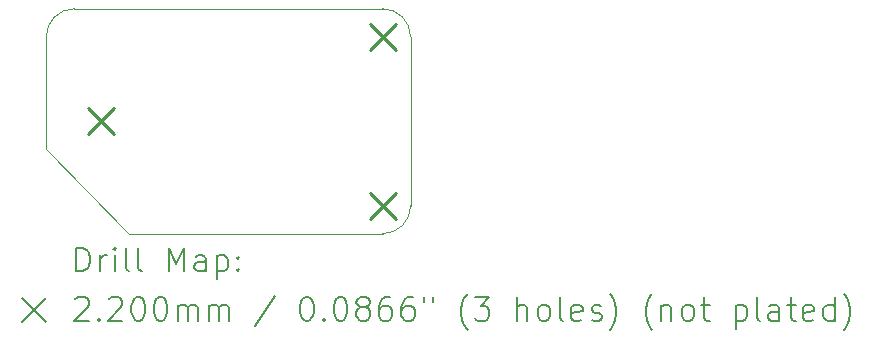
<source format=gbr>
%TF.GenerationSoftware,KiCad,Pcbnew,7.0.5*%
%TF.CreationDate,2024-03-20T17:14:55+08:00*%
%TF.ProjectId,ec11c,65633131-632e-46b6-9963-61645f706362,rev?*%
%TF.SameCoordinates,Original*%
%TF.FileFunction,Drillmap*%
%TF.FilePolarity,Positive*%
%FSLAX45Y45*%
G04 Gerber Fmt 4.5, Leading zero omitted, Abs format (unit mm)*
G04 Created by KiCad (PCBNEW 7.0.5) date 2024-03-20 17:14:55*
%MOMM*%
%LPD*%
G01*
G04 APERTURE LIST*
%ADD10C,0.100000*%
%ADD11C,0.200000*%
%ADD12C,0.220000*%
G04 APERTURE END LIST*
D10*
X10595791Y-12937666D02*
G75*
G03*
X10357691Y-12699566I-238099J2D01*
G01*
X10357691Y-12699566D02*
X7747700Y-12699566D01*
X10595791Y-12937666D02*
X10595800Y-14366400D01*
X7747700Y-12699566D02*
G75*
G03*
X7509600Y-12937666I6J-238106D01*
G01*
X10357700Y-14604500D02*
G75*
G03*
X10595800Y-14366400I0J238100D01*
G01*
X7509600Y-12937666D02*
X7509600Y-13890134D01*
X8214500Y-14604500D02*
X7509600Y-13890134D01*
X10357700Y-14604500D02*
X8214500Y-14604500D01*
D11*
D12*
X7866300Y-13542000D02*
X8086300Y-13762000D01*
X8086300Y-13542000D02*
X7866300Y-13762000D01*
X10247700Y-12827600D02*
X10467700Y-13047600D01*
X10467700Y-12827600D02*
X10247700Y-13047600D01*
X10247700Y-14256400D02*
X10467700Y-14476400D01*
X10467700Y-14256400D02*
X10247700Y-14476400D01*
D11*
X7765377Y-14920984D02*
X7765377Y-14720984D01*
X7765377Y-14720984D02*
X7812996Y-14720984D01*
X7812996Y-14720984D02*
X7841567Y-14730508D01*
X7841567Y-14730508D02*
X7860615Y-14749555D01*
X7860615Y-14749555D02*
X7870139Y-14768603D01*
X7870139Y-14768603D02*
X7879662Y-14806698D01*
X7879662Y-14806698D02*
X7879662Y-14835269D01*
X7879662Y-14835269D02*
X7870139Y-14873365D01*
X7870139Y-14873365D02*
X7860615Y-14892412D01*
X7860615Y-14892412D02*
X7841567Y-14911460D01*
X7841567Y-14911460D02*
X7812996Y-14920984D01*
X7812996Y-14920984D02*
X7765377Y-14920984D01*
X7965377Y-14920984D02*
X7965377Y-14787650D01*
X7965377Y-14825746D02*
X7974901Y-14806698D01*
X7974901Y-14806698D02*
X7984424Y-14797174D01*
X7984424Y-14797174D02*
X8003472Y-14787650D01*
X8003472Y-14787650D02*
X8022520Y-14787650D01*
X8089186Y-14920984D02*
X8089186Y-14787650D01*
X8089186Y-14720984D02*
X8079662Y-14730508D01*
X8079662Y-14730508D02*
X8089186Y-14740031D01*
X8089186Y-14740031D02*
X8098710Y-14730508D01*
X8098710Y-14730508D02*
X8089186Y-14720984D01*
X8089186Y-14720984D02*
X8089186Y-14740031D01*
X8212996Y-14920984D02*
X8193948Y-14911460D01*
X8193948Y-14911460D02*
X8184424Y-14892412D01*
X8184424Y-14892412D02*
X8184424Y-14720984D01*
X8317758Y-14920984D02*
X8298710Y-14911460D01*
X8298710Y-14911460D02*
X8289186Y-14892412D01*
X8289186Y-14892412D02*
X8289186Y-14720984D01*
X8546329Y-14920984D02*
X8546329Y-14720984D01*
X8546329Y-14720984D02*
X8612996Y-14863841D01*
X8612996Y-14863841D02*
X8679663Y-14720984D01*
X8679663Y-14720984D02*
X8679663Y-14920984D01*
X8860615Y-14920984D02*
X8860615Y-14816222D01*
X8860615Y-14816222D02*
X8851091Y-14797174D01*
X8851091Y-14797174D02*
X8832044Y-14787650D01*
X8832044Y-14787650D02*
X8793948Y-14787650D01*
X8793948Y-14787650D02*
X8774901Y-14797174D01*
X8860615Y-14911460D02*
X8841567Y-14920984D01*
X8841567Y-14920984D02*
X8793948Y-14920984D01*
X8793948Y-14920984D02*
X8774901Y-14911460D01*
X8774901Y-14911460D02*
X8765377Y-14892412D01*
X8765377Y-14892412D02*
X8765377Y-14873365D01*
X8765377Y-14873365D02*
X8774901Y-14854317D01*
X8774901Y-14854317D02*
X8793948Y-14844793D01*
X8793948Y-14844793D02*
X8841567Y-14844793D01*
X8841567Y-14844793D02*
X8860615Y-14835269D01*
X8955853Y-14787650D02*
X8955853Y-14987650D01*
X8955853Y-14797174D02*
X8974901Y-14787650D01*
X8974901Y-14787650D02*
X9012996Y-14787650D01*
X9012996Y-14787650D02*
X9032044Y-14797174D01*
X9032044Y-14797174D02*
X9041567Y-14806698D01*
X9041567Y-14806698D02*
X9051091Y-14825746D01*
X9051091Y-14825746D02*
X9051091Y-14882888D01*
X9051091Y-14882888D02*
X9041567Y-14901936D01*
X9041567Y-14901936D02*
X9032044Y-14911460D01*
X9032044Y-14911460D02*
X9012996Y-14920984D01*
X9012996Y-14920984D02*
X8974901Y-14920984D01*
X8974901Y-14920984D02*
X8955853Y-14911460D01*
X9136805Y-14901936D02*
X9146329Y-14911460D01*
X9146329Y-14911460D02*
X9136805Y-14920984D01*
X9136805Y-14920984D02*
X9127282Y-14911460D01*
X9127282Y-14911460D02*
X9136805Y-14901936D01*
X9136805Y-14901936D02*
X9136805Y-14920984D01*
X9136805Y-14797174D02*
X9146329Y-14806698D01*
X9146329Y-14806698D02*
X9136805Y-14816222D01*
X9136805Y-14816222D02*
X9127282Y-14806698D01*
X9127282Y-14806698D02*
X9136805Y-14797174D01*
X9136805Y-14797174D02*
X9136805Y-14816222D01*
X7304600Y-15149500D02*
X7504600Y-15349500D01*
X7504600Y-15149500D02*
X7304600Y-15349500D01*
X7755853Y-15160031D02*
X7765377Y-15150508D01*
X7765377Y-15150508D02*
X7784424Y-15140984D01*
X7784424Y-15140984D02*
X7832043Y-15140984D01*
X7832043Y-15140984D02*
X7851091Y-15150508D01*
X7851091Y-15150508D02*
X7860615Y-15160031D01*
X7860615Y-15160031D02*
X7870139Y-15179079D01*
X7870139Y-15179079D02*
X7870139Y-15198127D01*
X7870139Y-15198127D02*
X7860615Y-15226698D01*
X7860615Y-15226698D02*
X7746329Y-15340984D01*
X7746329Y-15340984D02*
X7870139Y-15340984D01*
X7955853Y-15321936D02*
X7965377Y-15331460D01*
X7965377Y-15331460D02*
X7955853Y-15340984D01*
X7955853Y-15340984D02*
X7946329Y-15331460D01*
X7946329Y-15331460D02*
X7955853Y-15321936D01*
X7955853Y-15321936D02*
X7955853Y-15340984D01*
X8041567Y-15160031D02*
X8051091Y-15150508D01*
X8051091Y-15150508D02*
X8070139Y-15140984D01*
X8070139Y-15140984D02*
X8117758Y-15140984D01*
X8117758Y-15140984D02*
X8136805Y-15150508D01*
X8136805Y-15150508D02*
X8146329Y-15160031D01*
X8146329Y-15160031D02*
X8155853Y-15179079D01*
X8155853Y-15179079D02*
X8155853Y-15198127D01*
X8155853Y-15198127D02*
X8146329Y-15226698D01*
X8146329Y-15226698D02*
X8032043Y-15340984D01*
X8032043Y-15340984D02*
X8155853Y-15340984D01*
X8279662Y-15140984D02*
X8298710Y-15140984D01*
X8298710Y-15140984D02*
X8317758Y-15150508D01*
X8317758Y-15150508D02*
X8327282Y-15160031D01*
X8327282Y-15160031D02*
X8336805Y-15179079D01*
X8336805Y-15179079D02*
X8346329Y-15217174D01*
X8346329Y-15217174D02*
X8346329Y-15264793D01*
X8346329Y-15264793D02*
X8336805Y-15302888D01*
X8336805Y-15302888D02*
X8327282Y-15321936D01*
X8327282Y-15321936D02*
X8317758Y-15331460D01*
X8317758Y-15331460D02*
X8298710Y-15340984D01*
X8298710Y-15340984D02*
X8279662Y-15340984D01*
X8279662Y-15340984D02*
X8260615Y-15331460D01*
X8260615Y-15331460D02*
X8251091Y-15321936D01*
X8251091Y-15321936D02*
X8241567Y-15302888D01*
X8241567Y-15302888D02*
X8232043Y-15264793D01*
X8232043Y-15264793D02*
X8232043Y-15217174D01*
X8232043Y-15217174D02*
X8241567Y-15179079D01*
X8241567Y-15179079D02*
X8251091Y-15160031D01*
X8251091Y-15160031D02*
X8260615Y-15150508D01*
X8260615Y-15150508D02*
X8279662Y-15140984D01*
X8470139Y-15140984D02*
X8489186Y-15140984D01*
X8489186Y-15140984D02*
X8508234Y-15150508D01*
X8508234Y-15150508D02*
X8517758Y-15160031D01*
X8517758Y-15160031D02*
X8527282Y-15179079D01*
X8527282Y-15179079D02*
X8536805Y-15217174D01*
X8536805Y-15217174D02*
X8536805Y-15264793D01*
X8536805Y-15264793D02*
X8527282Y-15302888D01*
X8527282Y-15302888D02*
X8517758Y-15321936D01*
X8517758Y-15321936D02*
X8508234Y-15331460D01*
X8508234Y-15331460D02*
X8489186Y-15340984D01*
X8489186Y-15340984D02*
X8470139Y-15340984D01*
X8470139Y-15340984D02*
X8451091Y-15331460D01*
X8451091Y-15331460D02*
X8441567Y-15321936D01*
X8441567Y-15321936D02*
X8432044Y-15302888D01*
X8432044Y-15302888D02*
X8422520Y-15264793D01*
X8422520Y-15264793D02*
X8422520Y-15217174D01*
X8422520Y-15217174D02*
X8432044Y-15179079D01*
X8432044Y-15179079D02*
X8441567Y-15160031D01*
X8441567Y-15160031D02*
X8451091Y-15150508D01*
X8451091Y-15150508D02*
X8470139Y-15140984D01*
X8622520Y-15340984D02*
X8622520Y-15207650D01*
X8622520Y-15226698D02*
X8632044Y-15217174D01*
X8632044Y-15217174D02*
X8651091Y-15207650D01*
X8651091Y-15207650D02*
X8679663Y-15207650D01*
X8679663Y-15207650D02*
X8698710Y-15217174D01*
X8698710Y-15217174D02*
X8708234Y-15236222D01*
X8708234Y-15236222D02*
X8708234Y-15340984D01*
X8708234Y-15236222D02*
X8717758Y-15217174D01*
X8717758Y-15217174D02*
X8736805Y-15207650D01*
X8736805Y-15207650D02*
X8765377Y-15207650D01*
X8765377Y-15207650D02*
X8784425Y-15217174D01*
X8784425Y-15217174D02*
X8793948Y-15236222D01*
X8793948Y-15236222D02*
X8793948Y-15340984D01*
X8889186Y-15340984D02*
X8889186Y-15207650D01*
X8889186Y-15226698D02*
X8898710Y-15217174D01*
X8898710Y-15217174D02*
X8917758Y-15207650D01*
X8917758Y-15207650D02*
X8946329Y-15207650D01*
X8946329Y-15207650D02*
X8965377Y-15217174D01*
X8965377Y-15217174D02*
X8974901Y-15236222D01*
X8974901Y-15236222D02*
X8974901Y-15340984D01*
X8974901Y-15236222D02*
X8984425Y-15217174D01*
X8984425Y-15217174D02*
X9003472Y-15207650D01*
X9003472Y-15207650D02*
X9032044Y-15207650D01*
X9032044Y-15207650D02*
X9051091Y-15217174D01*
X9051091Y-15217174D02*
X9060615Y-15236222D01*
X9060615Y-15236222D02*
X9060615Y-15340984D01*
X9451091Y-15131460D02*
X9279663Y-15388603D01*
X9708234Y-15140984D02*
X9727282Y-15140984D01*
X9727282Y-15140984D02*
X9746329Y-15150508D01*
X9746329Y-15150508D02*
X9755853Y-15160031D01*
X9755853Y-15160031D02*
X9765377Y-15179079D01*
X9765377Y-15179079D02*
X9774901Y-15217174D01*
X9774901Y-15217174D02*
X9774901Y-15264793D01*
X9774901Y-15264793D02*
X9765377Y-15302888D01*
X9765377Y-15302888D02*
X9755853Y-15321936D01*
X9755853Y-15321936D02*
X9746329Y-15331460D01*
X9746329Y-15331460D02*
X9727282Y-15340984D01*
X9727282Y-15340984D02*
X9708234Y-15340984D01*
X9708234Y-15340984D02*
X9689187Y-15331460D01*
X9689187Y-15331460D02*
X9679663Y-15321936D01*
X9679663Y-15321936D02*
X9670139Y-15302888D01*
X9670139Y-15302888D02*
X9660615Y-15264793D01*
X9660615Y-15264793D02*
X9660615Y-15217174D01*
X9660615Y-15217174D02*
X9670139Y-15179079D01*
X9670139Y-15179079D02*
X9679663Y-15160031D01*
X9679663Y-15160031D02*
X9689187Y-15150508D01*
X9689187Y-15150508D02*
X9708234Y-15140984D01*
X9860615Y-15321936D02*
X9870139Y-15331460D01*
X9870139Y-15331460D02*
X9860615Y-15340984D01*
X9860615Y-15340984D02*
X9851091Y-15331460D01*
X9851091Y-15331460D02*
X9860615Y-15321936D01*
X9860615Y-15321936D02*
X9860615Y-15340984D01*
X9993948Y-15140984D02*
X10012996Y-15140984D01*
X10012996Y-15140984D02*
X10032044Y-15150508D01*
X10032044Y-15150508D02*
X10041568Y-15160031D01*
X10041568Y-15160031D02*
X10051091Y-15179079D01*
X10051091Y-15179079D02*
X10060615Y-15217174D01*
X10060615Y-15217174D02*
X10060615Y-15264793D01*
X10060615Y-15264793D02*
X10051091Y-15302888D01*
X10051091Y-15302888D02*
X10041568Y-15321936D01*
X10041568Y-15321936D02*
X10032044Y-15331460D01*
X10032044Y-15331460D02*
X10012996Y-15340984D01*
X10012996Y-15340984D02*
X9993948Y-15340984D01*
X9993948Y-15340984D02*
X9974901Y-15331460D01*
X9974901Y-15331460D02*
X9965377Y-15321936D01*
X9965377Y-15321936D02*
X9955853Y-15302888D01*
X9955853Y-15302888D02*
X9946329Y-15264793D01*
X9946329Y-15264793D02*
X9946329Y-15217174D01*
X9946329Y-15217174D02*
X9955853Y-15179079D01*
X9955853Y-15179079D02*
X9965377Y-15160031D01*
X9965377Y-15160031D02*
X9974901Y-15150508D01*
X9974901Y-15150508D02*
X9993948Y-15140984D01*
X10174901Y-15226698D02*
X10155853Y-15217174D01*
X10155853Y-15217174D02*
X10146329Y-15207650D01*
X10146329Y-15207650D02*
X10136806Y-15188603D01*
X10136806Y-15188603D02*
X10136806Y-15179079D01*
X10136806Y-15179079D02*
X10146329Y-15160031D01*
X10146329Y-15160031D02*
X10155853Y-15150508D01*
X10155853Y-15150508D02*
X10174901Y-15140984D01*
X10174901Y-15140984D02*
X10212996Y-15140984D01*
X10212996Y-15140984D02*
X10232044Y-15150508D01*
X10232044Y-15150508D02*
X10241568Y-15160031D01*
X10241568Y-15160031D02*
X10251091Y-15179079D01*
X10251091Y-15179079D02*
X10251091Y-15188603D01*
X10251091Y-15188603D02*
X10241568Y-15207650D01*
X10241568Y-15207650D02*
X10232044Y-15217174D01*
X10232044Y-15217174D02*
X10212996Y-15226698D01*
X10212996Y-15226698D02*
X10174901Y-15226698D01*
X10174901Y-15226698D02*
X10155853Y-15236222D01*
X10155853Y-15236222D02*
X10146329Y-15245746D01*
X10146329Y-15245746D02*
X10136806Y-15264793D01*
X10136806Y-15264793D02*
X10136806Y-15302888D01*
X10136806Y-15302888D02*
X10146329Y-15321936D01*
X10146329Y-15321936D02*
X10155853Y-15331460D01*
X10155853Y-15331460D02*
X10174901Y-15340984D01*
X10174901Y-15340984D02*
X10212996Y-15340984D01*
X10212996Y-15340984D02*
X10232044Y-15331460D01*
X10232044Y-15331460D02*
X10241568Y-15321936D01*
X10241568Y-15321936D02*
X10251091Y-15302888D01*
X10251091Y-15302888D02*
X10251091Y-15264793D01*
X10251091Y-15264793D02*
X10241568Y-15245746D01*
X10241568Y-15245746D02*
X10232044Y-15236222D01*
X10232044Y-15236222D02*
X10212996Y-15226698D01*
X10422520Y-15140984D02*
X10384425Y-15140984D01*
X10384425Y-15140984D02*
X10365377Y-15150508D01*
X10365377Y-15150508D02*
X10355853Y-15160031D01*
X10355853Y-15160031D02*
X10336806Y-15188603D01*
X10336806Y-15188603D02*
X10327282Y-15226698D01*
X10327282Y-15226698D02*
X10327282Y-15302888D01*
X10327282Y-15302888D02*
X10336806Y-15321936D01*
X10336806Y-15321936D02*
X10346329Y-15331460D01*
X10346329Y-15331460D02*
X10365377Y-15340984D01*
X10365377Y-15340984D02*
X10403472Y-15340984D01*
X10403472Y-15340984D02*
X10422520Y-15331460D01*
X10422520Y-15331460D02*
X10432044Y-15321936D01*
X10432044Y-15321936D02*
X10441568Y-15302888D01*
X10441568Y-15302888D02*
X10441568Y-15255269D01*
X10441568Y-15255269D02*
X10432044Y-15236222D01*
X10432044Y-15236222D02*
X10422520Y-15226698D01*
X10422520Y-15226698D02*
X10403472Y-15217174D01*
X10403472Y-15217174D02*
X10365377Y-15217174D01*
X10365377Y-15217174D02*
X10346329Y-15226698D01*
X10346329Y-15226698D02*
X10336806Y-15236222D01*
X10336806Y-15236222D02*
X10327282Y-15255269D01*
X10612996Y-15140984D02*
X10574901Y-15140984D01*
X10574901Y-15140984D02*
X10555853Y-15150508D01*
X10555853Y-15150508D02*
X10546329Y-15160031D01*
X10546329Y-15160031D02*
X10527282Y-15188603D01*
X10527282Y-15188603D02*
X10517758Y-15226698D01*
X10517758Y-15226698D02*
X10517758Y-15302888D01*
X10517758Y-15302888D02*
X10527282Y-15321936D01*
X10527282Y-15321936D02*
X10536806Y-15331460D01*
X10536806Y-15331460D02*
X10555853Y-15340984D01*
X10555853Y-15340984D02*
X10593949Y-15340984D01*
X10593949Y-15340984D02*
X10612996Y-15331460D01*
X10612996Y-15331460D02*
X10622520Y-15321936D01*
X10622520Y-15321936D02*
X10632044Y-15302888D01*
X10632044Y-15302888D02*
X10632044Y-15255269D01*
X10632044Y-15255269D02*
X10622520Y-15236222D01*
X10622520Y-15236222D02*
X10612996Y-15226698D01*
X10612996Y-15226698D02*
X10593949Y-15217174D01*
X10593949Y-15217174D02*
X10555853Y-15217174D01*
X10555853Y-15217174D02*
X10536806Y-15226698D01*
X10536806Y-15226698D02*
X10527282Y-15236222D01*
X10527282Y-15236222D02*
X10517758Y-15255269D01*
X10708234Y-15140984D02*
X10708234Y-15179079D01*
X10784425Y-15140984D02*
X10784425Y-15179079D01*
X11079663Y-15417174D02*
X11070139Y-15407650D01*
X11070139Y-15407650D02*
X11051091Y-15379079D01*
X11051091Y-15379079D02*
X11041568Y-15360031D01*
X11041568Y-15360031D02*
X11032044Y-15331460D01*
X11032044Y-15331460D02*
X11022520Y-15283841D01*
X11022520Y-15283841D02*
X11022520Y-15245746D01*
X11022520Y-15245746D02*
X11032044Y-15198127D01*
X11032044Y-15198127D02*
X11041568Y-15169555D01*
X11041568Y-15169555D02*
X11051091Y-15150508D01*
X11051091Y-15150508D02*
X11070139Y-15121936D01*
X11070139Y-15121936D02*
X11079663Y-15112412D01*
X11136806Y-15140984D02*
X11260615Y-15140984D01*
X11260615Y-15140984D02*
X11193948Y-15217174D01*
X11193948Y-15217174D02*
X11222520Y-15217174D01*
X11222520Y-15217174D02*
X11241568Y-15226698D01*
X11241568Y-15226698D02*
X11251091Y-15236222D01*
X11251091Y-15236222D02*
X11260615Y-15255269D01*
X11260615Y-15255269D02*
X11260615Y-15302888D01*
X11260615Y-15302888D02*
X11251091Y-15321936D01*
X11251091Y-15321936D02*
X11241568Y-15331460D01*
X11241568Y-15331460D02*
X11222520Y-15340984D01*
X11222520Y-15340984D02*
X11165377Y-15340984D01*
X11165377Y-15340984D02*
X11146330Y-15331460D01*
X11146330Y-15331460D02*
X11136806Y-15321936D01*
X11498710Y-15340984D02*
X11498710Y-15140984D01*
X11584425Y-15340984D02*
X11584425Y-15236222D01*
X11584425Y-15236222D02*
X11574901Y-15217174D01*
X11574901Y-15217174D02*
X11555853Y-15207650D01*
X11555853Y-15207650D02*
X11527282Y-15207650D01*
X11527282Y-15207650D02*
X11508234Y-15217174D01*
X11508234Y-15217174D02*
X11498710Y-15226698D01*
X11708234Y-15340984D02*
X11689187Y-15331460D01*
X11689187Y-15331460D02*
X11679663Y-15321936D01*
X11679663Y-15321936D02*
X11670139Y-15302888D01*
X11670139Y-15302888D02*
X11670139Y-15245746D01*
X11670139Y-15245746D02*
X11679663Y-15226698D01*
X11679663Y-15226698D02*
X11689187Y-15217174D01*
X11689187Y-15217174D02*
X11708234Y-15207650D01*
X11708234Y-15207650D02*
X11736806Y-15207650D01*
X11736806Y-15207650D02*
X11755853Y-15217174D01*
X11755853Y-15217174D02*
X11765377Y-15226698D01*
X11765377Y-15226698D02*
X11774901Y-15245746D01*
X11774901Y-15245746D02*
X11774901Y-15302888D01*
X11774901Y-15302888D02*
X11765377Y-15321936D01*
X11765377Y-15321936D02*
X11755853Y-15331460D01*
X11755853Y-15331460D02*
X11736806Y-15340984D01*
X11736806Y-15340984D02*
X11708234Y-15340984D01*
X11889187Y-15340984D02*
X11870139Y-15331460D01*
X11870139Y-15331460D02*
X11860615Y-15312412D01*
X11860615Y-15312412D02*
X11860615Y-15140984D01*
X12041568Y-15331460D02*
X12022520Y-15340984D01*
X12022520Y-15340984D02*
X11984425Y-15340984D01*
X11984425Y-15340984D02*
X11965377Y-15331460D01*
X11965377Y-15331460D02*
X11955853Y-15312412D01*
X11955853Y-15312412D02*
X11955853Y-15236222D01*
X11955853Y-15236222D02*
X11965377Y-15217174D01*
X11965377Y-15217174D02*
X11984425Y-15207650D01*
X11984425Y-15207650D02*
X12022520Y-15207650D01*
X12022520Y-15207650D02*
X12041568Y-15217174D01*
X12041568Y-15217174D02*
X12051091Y-15236222D01*
X12051091Y-15236222D02*
X12051091Y-15255269D01*
X12051091Y-15255269D02*
X11955853Y-15274317D01*
X12127282Y-15331460D02*
X12146330Y-15340984D01*
X12146330Y-15340984D02*
X12184425Y-15340984D01*
X12184425Y-15340984D02*
X12203472Y-15331460D01*
X12203472Y-15331460D02*
X12212996Y-15312412D01*
X12212996Y-15312412D02*
X12212996Y-15302888D01*
X12212996Y-15302888D02*
X12203472Y-15283841D01*
X12203472Y-15283841D02*
X12184425Y-15274317D01*
X12184425Y-15274317D02*
X12155853Y-15274317D01*
X12155853Y-15274317D02*
X12136806Y-15264793D01*
X12136806Y-15264793D02*
X12127282Y-15245746D01*
X12127282Y-15245746D02*
X12127282Y-15236222D01*
X12127282Y-15236222D02*
X12136806Y-15217174D01*
X12136806Y-15217174D02*
X12155853Y-15207650D01*
X12155853Y-15207650D02*
X12184425Y-15207650D01*
X12184425Y-15207650D02*
X12203472Y-15217174D01*
X12279663Y-15417174D02*
X12289187Y-15407650D01*
X12289187Y-15407650D02*
X12308234Y-15379079D01*
X12308234Y-15379079D02*
X12317758Y-15360031D01*
X12317758Y-15360031D02*
X12327282Y-15331460D01*
X12327282Y-15331460D02*
X12336806Y-15283841D01*
X12336806Y-15283841D02*
X12336806Y-15245746D01*
X12336806Y-15245746D02*
X12327282Y-15198127D01*
X12327282Y-15198127D02*
X12317758Y-15169555D01*
X12317758Y-15169555D02*
X12308234Y-15150508D01*
X12308234Y-15150508D02*
X12289187Y-15121936D01*
X12289187Y-15121936D02*
X12279663Y-15112412D01*
X12641568Y-15417174D02*
X12632044Y-15407650D01*
X12632044Y-15407650D02*
X12612996Y-15379079D01*
X12612996Y-15379079D02*
X12603472Y-15360031D01*
X12603472Y-15360031D02*
X12593949Y-15331460D01*
X12593949Y-15331460D02*
X12584425Y-15283841D01*
X12584425Y-15283841D02*
X12584425Y-15245746D01*
X12584425Y-15245746D02*
X12593949Y-15198127D01*
X12593949Y-15198127D02*
X12603472Y-15169555D01*
X12603472Y-15169555D02*
X12612996Y-15150508D01*
X12612996Y-15150508D02*
X12632044Y-15121936D01*
X12632044Y-15121936D02*
X12641568Y-15112412D01*
X12717758Y-15207650D02*
X12717758Y-15340984D01*
X12717758Y-15226698D02*
X12727282Y-15217174D01*
X12727282Y-15217174D02*
X12746330Y-15207650D01*
X12746330Y-15207650D02*
X12774901Y-15207650D01*
X12774901Y-15207650D02*
X12793949Y-15217174D01*
X12793949Y-15217174D02*
X12803472Y-15236222D01*
X12803472Y-15236222D02*
X12803472Y-15340984D01*
X12927282Y-15340984D02*
X12908234Y-15331460D01*
X12908234Y-15331460D02*
X12898711Y-15321936D01*
X12898711Y-15321936D02*
X12889187Y-15302888D01*
X12889187Y-15302888D02*
X12889187Y-15245746D01*
X12889187Y-15245746D02*
X12898711Y-15226698D01*
X12898711Y-15226698D02*
X12908234Y-15217174D01*
X12908234Y-15217174D02*
X12927282Y-15207650D01*
X12927282Y-15207650D02*
X12955853Y-15207650D01*
X12955853Y-15207650D02*
X12974901Y-15217174D01*
X12974901Y-15217174D02*
X12984425Y-15226698D01*
X12984425Y-15226698D02*
X12993949Y-15245746D01*
X12993949Y-15245746D02*
X12993949Y-15302888D01*
X12993949Y-15302888D02*
X12984425Y-15321936D01*
X12984425Y-15321936D02*
X12974901Y-15331460D01*
X12974901Y-15331460D02*
X12955853Y-15340984D01*
X12955853Y-15340984D02*
X12927282Y-15340984D01*
X13051092Y-15207650D02*
X13127282Y-15207650D01*
X13079663Y-15140984D02*
X13079663Y-15312412D01*
X13079663Y-15312412D02*
X13089187Y-15331460D01*
X13089187Y-15331460D02*
X13108234Y-15340984D01*
X13108234Y-15340984D02*
X13127282Y-15340984D01*
X13346330Y-15207650D02*
X13346330Y-15407650D01*
X13346330Y-15217174D02*
X13365377Y-15207650D01*
X13365377Y-15207650D02*
X13403473Y-15207650D01*
X13403473Y-15207650D02*
X13422520Y-15217174D01*
X13422520Y-15217174D02*
X13432044Y-15226698D01*
X13432044Y-15226698D02*
X13441568Y-15245746D01*
X13441568Y-15245746D02*
X13441568Y-15302888D01*
X13441568Y-15302888D02*
X13432044Y-15321936D01*
X13432044Y-15321936D02*
X13422520Y-15331460D01*
X13422520Y-15331460D02*
X13403473Y-15340984D01*
X13403473Y-15340984D02*
X13365377Y-15340984D01*
X13365377Y-15340984D02*
X13346330Y-15331460D01*
X13555853Y-15340984D02*
X13536806Y-15331460D01*
X13536806Y-15331460D02*
X13527282Y-15312412D01*
X13527282Y-15312412D02*
X13527282Y-15140984D01*
X13717758Y-15340984D02*
X13717758Y-15236222D01*
X13717758Y-15236222D02*
X13708234Y-15217174D01*
X13708234Y-15217174D02*
X13689187Y-15207650D01*
X13689187Y-15207650D02*
X13651092Y-15207650D01*
X13651092Y-15207650D02*
X13632044Y-15217174D01*
X13717758Y-15331460D02*
X13698711Y-15340984D01*
X13698711Y-15340984D02*
X13651092Y-15340984D01*
X13651092Y-15340984D02*
X13632044Y-15331460D01*
X13632044Y-15331460D02*
X13622520Y-15312412D01*
X13622520Y-15312412D02*
X13622520Y-15293365D01*
X13622520Y-15293365D02*
X13632044Y-15274317D01*
X13632044Y-15274317D02*
X13651092Y-15264793D01*
X13651092Y-15264793D02*
X13698711Y-15264793D01*
X13698711Y-15264793D02*
X13717758Y-15255269D01*
X13784425Y-15207650D02*
X13860615Y-15207650D01*
X13812996Y-15140984D02*
X13812996Y-15312412D01*
X13812996Y-15312412D02*
X13822520Y-15331460D01*
X13822520Y-15331460D02*
X13841568Y-15340984D01*
X13841568Y-15340984D02*
X13860615Y-15340984D01*
X14003473Y-15331460D02*
X13984425Y-15340984D01*
X13984425Y-15340984D02*
X13946330Y-15340984D01*
X13946330Y-15340984D02*
X13927282Y-15331460D01*
X13927282Y-15331460D02*
X13917758Y-15312412D01*
X13917758Y-15312412D02*
X13917758Y-15236222D01*
X13917758Y-15236222D02*
X13927282Y-15217174D01*
X13927282Y-15217174D02*
X13946330Y-15207650D01*
X13946330Y-15207650D02*
X13984425Y-15207650D01*
X13984425Y-15207650D02*
X14003473Y-15217174D01*
X14003473Y-15217174D02*
X14012996Y-15236222D01*
X14012996Y-15236222D02*
X14012996Y-15255269D01*
X14012996Y-15255269D02*
X13917758Y-15274317D01*
X14184425Y-15340984D02*
X14184425Y-15140984D01*
X14184425Y-15331460D02*
X14165377Y-15340984D01*
X14165377Y-15340984D02*
X14127282Y-15340984D01*
X14127282Y-15340984D02*
X14108234Y-15331460D01*
X14108234Y-15331460D02*
X14098711Y-15321936D01*
X14098711Y-15321936D02*
X14089187Y-15302888D01*
X14089187Y-15302888D02*
X14089187Y-15245746D01*
X14089187Y-15245746D02*
X14098711Y-15226698D01*
X14098711Y-15226698D02*
X14108234Y-15217174D01*
X14108234Y-15217174D02*
X14127282Y-15207650D01*
X14127282Y-15207650D02*
X14165377Y-15207650D01*
X14165377Y-15207650D02*
X14184425Y-15217174D01*
X14260615Y-15417174D02*
X14270139Y-15407650D01*
X14270139Y-15407650D02*
X14289187Y-15379079D01*
X14289187Y-15379079D02*
X14298711Y-15360031D01*
X14298711Y-15360031D02*
X14308234Y-15331460D01*
X14308234Y-15331460D02*
X14317758Y-15283841D01*
X14317758Y-15283841D02*
X14317758Y-15245746D01*
X14317758Y-15245746D02*
X14308234Y-15198127D01*
X14308234Y-15198127D02*
X14298711Y-15169555D01*
X14298711Y-15169555D02*
X14289187Y-15150508D01*
X14289187Y-15150508D02*
X14270139Y-15121936D01*
X14270139Y-15121936D02*
X14260615Y-15112412D01*
M02*

</source>
